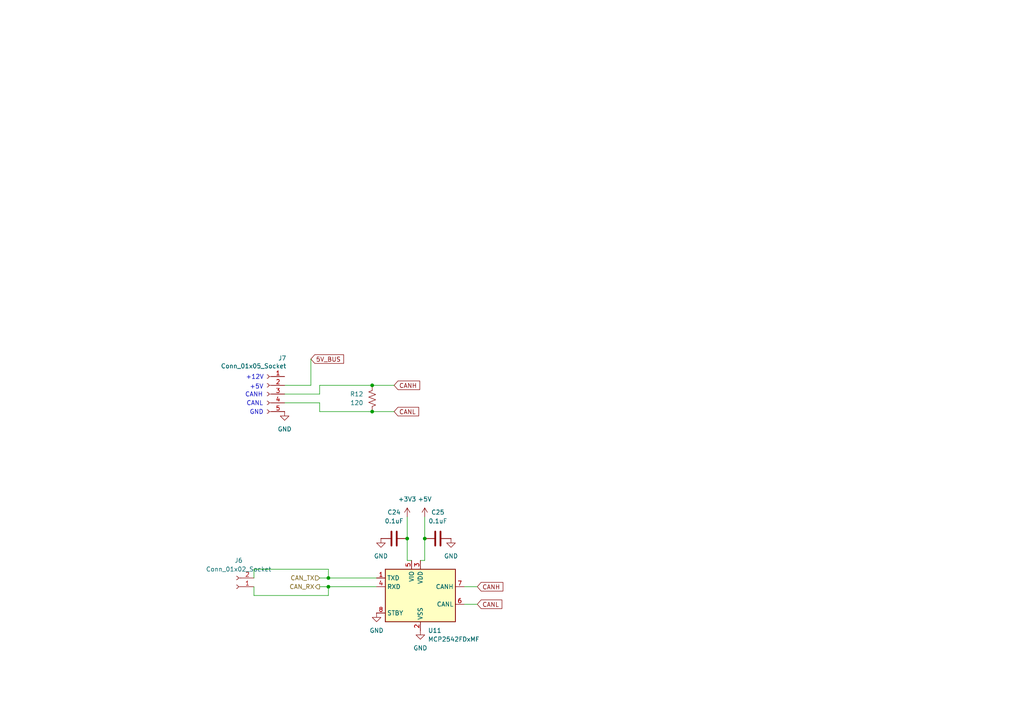
<source format=kicad_sch>
(kicad_sch (version 20250114) (generator "eeschema") (generator_version "9.0")
  (paper "A4")
  (lib_symbols
    (symbol "Connector:Conn_01x02_Socket" (pin_names (offset 1.016) (hide yes))
      (property "Reference" "J" (at 0 2.54 0))
      (property "Value" "Conn_01x02_Socket" (at 0 -5.08 0))
      (symbol "Conn_01x02_Socket_1_1"
        (polyline (pts (xy -1.27 0) (xy -0.508 0)) (stroke (width 0.1524)))
        (polyline (pts (xy -1.27 -2.54) (xy -0.508 -2.54)) (stroke (width 0.1524)))
        (arc (start 0 -0.508) (mid -0.5058 0) (end 0 0.508) (stroke (width 0.1524)))
        (arc (start 0 -3.048) (mid -0.5058 -2.54) (end 0 -2.032) (stroke (width 0.1524)))
        (pin passive line (at -5.08 0 0) (length 3.81) (name "Pin_1") (number "1"))
        (pin passive line (at -5.08 -2.54 0) (length 3.81) (name "Pin_2") (number "2"))
      )
    )
    (symbol "Connector:Conn_01x05_Socket" (pin_names (offset 1.016) (hide yes))
      (property "Reference" "J" (at 0 7.62 0))
      (property "Value" "Conn_01x05_Socket" (at 0 -7.62 0))
      (symbol "Conn_01x05_Socket_1_1"
        (polyline (pts (xy -1.27 5.08) (xy -0.508 5.08)) (stroke (width 0.1524)))
        (polyline (pts (xy -1.27 2.54) (xy -0.508 2.54)) (stroke (width 0.1524)))
        (polyline (pts (xy -1.27 0) (xy -0.508 0)) (stroke (width 0.1524)))
        (polyline (pts (xy -1.27 -2.54) (xy -0.508 -2.54)) (stroke (width 0.1524)))
        (polyline (pts (xy -1.27 -5.08) (xy -0.508 -5.08)) (stroke (width 0.1524)))
        (arc (start 0 4.572) (mid -0.5058 5.08) (end 0 5.588) (stroke (width 0.1524)))
        (arc (start 0 2.032) (mid -0.5058 2.54) (end 0 3.048) (stroke (width 0.1524)))
        (arc (start 0 -0.508) (mid -0.5058 0) (end 0 0.508) (stroke (width 0.1524)))
        (arc (start 0 -3.048) (mid -0.5058 -2.54) (end 0 -2.032) (stroke (width 0.1524)))
        (arc (start 0 -5.588) (mid -0.5058 -5.08) (end 0 -4.572) (stroke (width 0.1524)))
        (pin passive line (at -5.08 5.08 0) (length 3.81) (name "Pin_1") (number "1"))
        (pin passive line (at -5.08 2.54 0) (length 3.81) (name "Pin_2") (number "2"))
        (pin passive line (at -5.08 0 0) (length 3.81) (name "Pin_3") (number "3"))
        (pin passive line (at -5.08 -2.54 0) (length 3.81) (name "Pin_4") (number "4"))
        (pin passive line (at -5.08 -5.08 0) (length 3.81) (name "Pin_5") (number "5"))
      )
    )
    (symbol "Device:C" (pin_numbers (hide yes)) (pin_names (offset 0.254))
      (property "Reference" "C" (at 0.635 2.54 0))
      (property "Value" "C" (at 0.635 -2.54 0))
      (symbol "C_0_1"
        (polyline (pts (xy -2.032 0.762) (xy 2.032 0.762)) (stroke (width 0.508)))
        (polyline (pts (xy -2.032 -0.762) (xy 2.032 -0.762)) (stroke (width 0.508)))
      )
      (symbol "C_1_1"
        (pin passive line (at 0 3.81 270) (length 2.794) (name "~") (number "1"))
        (pin passive line (at 0 -3.81 90) (length 2.794) (name "~") (number "2"))
      )
    )
    (symbol "Device:R_US" (pin_numbers (hide yes)) (pin_names (offset 0))
      (property "Reference" "R" (at 2.54 0 90))
      (property "Value" "R_US" (at -2.54 0 90))
      (symbol "R_US_0_1"
        (polyline (pts (xy 0 2.286) (xy 0 2.54)))
        (polyline (pts (xy 0 2.286) (xy 1.016 1.905) (xy 0 1.524) (xy -1.016 1.143) (xy 0 0.762)))
        (polyline (pts (xy 0 0.762) (xy 1.016 0.381) (xy 0 0) (xy -1.016 -0.381) (xy 0 -0.762)))
        (polyline (pts (xy 0 -0.762) (xy 1.016 -1.143) (xy 0 -1.524) (xy -1.016 -1.905) (xy 0 -2.286)))
        (polyline (pts (xy 0 -2.286) (xy 0 -2.54)))
      )
      (symbol "R_US_1_1"
        (pin passive line (at 0 3.81 270) (length 1.27) (name "~") (number "1"))
        (pin passive line (at 0 -3.81 90) (length 1.27) (name "~") (number "2"))
      )
    )
    (symbol "Interface_CAN_LIN:MCP2542FDxMF"
      (property "Reference" "U" (at -10.16 8.89 0))
      (property "Value" "MCP2542FDxMF" (at 2.54 8.89 0))
      (symbol "MCP2542FDxMF_0_1"
        (rectangle (start -10.16 7.62) (end 10.16 -7.62) (stroke (width 0.254)) (fill (type background)))
      )
      (symbol "MCP2542FDxMF_1_1"
        (pin input line (at -12.7 5.08 0) (length 2.54) (name "TXD") (number "1"))
        (pin output line (at -12.7 2.54 0) (length 2.54) (name "RXD") (number "4"))
        (pin input line (at -12.7 -5.08 0) (length 2.54) (name "STBY") (number "8"))
        (pin power_in line (at -2.54 10.16 270) (length 2.54) (name "VIO") (number "5"))
        (pin power_in line (at 0 10.16 270) (length 2.54) (name "VDD") (number "3"))
        (pin power_in line (at 0 -10.16 90) (length 2.54) (name "VSS") (number "2"))
        (pin passive line (at 0 -10.16 90) (length 2.54) (hide yes) (name "VSS") (number "9"))
        (pin bidirectional line (at 12.7 2.54 180) (length 2.54) (name "CANH") (number "7"))
        (pin bidirectional line (at 12.7 -2.54 180) (length 2.54) (name "CANL") (number "6"))
      )
    )
    (symbol "power:+3V3" (power) (pin_numbers (hide yes)) (pin_names (offset 0) (hide yes))
      (property "Value" "+3V3" (at 0 3.556 0))
      (symbol "+3V3_0_1"
        (polyline (pts (xy -0.762 1.27) (xy 0 2.54)))
        (polyline (pts (xy 0 2.54) (xy 0.762 1.27)))
        (polyline (pts (xy 0 0) (xy 0 2.54)))
      )
      (symbol "+3V3_1_1"
        (pin power_in line (at 0 0 90) (length 0) (name "~") (number "1"))
      )
    )
    (symbol "power:+5V" (power) (pin_numbers (hide yes)) (pin_names (offset 0) (hide yes))
      (property "Value" "+5V" (at 0 3.556 0))
      (symbol "+5V_0_1"
        (polyline (pts (xy -0.762 1.27) (xy 0 2.54)))
        (polyline (pts (xy 0 2.54) (xy 0.762 1.27)))
        (polyline (pts (xy 0 0) (xy 0 2.54)))
      )
      (symbol "+5V_1_1"
        (pin power_in line (at 0 0 90) (length 0) (name "~") (number "1"))
      )
    )
    (symbol "power:GND" (power) (pin_numbers (hide yes)) (pin_names (offset 0) (hide yes))
      (property "Value" "GND" (at 0 -3.81 0))
      (symbol "GND_0_1"
        (polyline (pts (xy 0 0) (xy 0 -1.27) (xy 1.27 -1.27) (xy 0 -2.54) (xy -1.27 -1.27) (xy 0 -1.27)))
      )
      (symbol "GND_1_1"
        (pin power_in line (at 0 0 270) (length 0) (name "~") (number "1"))
      )
    )
  )
  (text "CANH" (at 73.66 114.554 0) (effects (font (size 1.27 1.27))))
  (text "+5V" (at 74.422 112.268 0) (effects (font (size 1.27 1.27))))
  (text "+12V" (at 73.914 109.474 0) (effects (font (size 1.27 1.27))))
  (text "GND" (at 74.422 119.634 0) (effects (font (size 1.27 1.27))))
  (text "CANL\n" (at 73.914 117.094 0) (effects (font (size 1.27 1.27))))
  (junction (at 123.19 156.21))
  (junction (at 95.25 167.64))
  (junction (at 118.11 156.21))
  (junction (at 107.95 119.38))
  (junction (at 95.25 170.18))
  (junction (at 107.95 111.76))
  (wire (pts (xy 95.25 170.18) (xy 109.22 170.18)))
  (wire (pts (xy 95.25 170.18) (xy 95.25 172.72)))
  (wire (pts (xy 92.71 170.18) (xy 95.25 170.18)))
  (wire (pts (xy 123.19 162.56) (xy 121.92 162.56)))
  (wire (pts (xy 73.66 167.64) (xy 73.66 165.1)))
  (wire (pts (xy 73.66 165.1) (xy 95.25 165.1)))
  (wire (pts (xy 73.66 172.72) (xy 73.66 170.18)))
  (wire (pts (xy 92.71 111.76) (xy 92.71 114.3)))
  (wire (pts (xy 107.95 111.76) (xy 92.71 111.76)))
  (wire (pts (xy 92.71 119.38) (xy 107.95 119.38)))
  (wire (pts (xy 118.11 162.56) (xy 119.38 162.56)))
  (wire (pts (xy 82.55 111.76) (xy 90.17 111.76)))
  (wire (pts (xy 123.19 149.86) (xy 123.19 156.21)))
  (wire (pts (xy 123.19 156.21) (xy 123.19 162.56)))
  (wire (pts (xy 95.25 165.1) (xy 95.25 167.64)))
  (wire (pts (xy 92.71 114.3) (xy 82.55 114.3)))
  (wire (pts (xy 118.11 156.21) (xy 118.11 162.56)))
  (wire (pts (xy 92.71 167.64) (xy 95.25 167.64)))
  (wire (pts (xy 134.62 175.26) (xy 138.43 175.26)))
  (wire (pts (xy 92.71 116.84) (xy 92.71 119.38)))
  (wire (pts (xy 95.25 167.64) (xy 109.22 167.64)))
  (wire (pts (xy 95.25 172.72) (xy 73.66 172.72)))
  (wire (pts (xy 134.62 170.18) (xy 138.43 170.18)))
  (wire (pts (xy 114.3 119.38) (xy 107.95 119.38)))
  (wire (pts (xy 92.71 116.84) (xy 82.55 116.84)))
  (wire (pts (xy 114.3 111.76) (xy 107.95 111.76)))
  (wire (pts (xy 118.11 149.86) (xy 118.11 156.21)))
  (wire (pts (xy 90.17 104.14) (xy 90.17 111.76)))
  (global_label "CANL" (shape input) (at 114.3 119.38 0) (property "Intersheetrefs" "${INTERSHEET_REFS}" (effects (hide yes))))
  (global_label "CANL" (shape input) (at 138.43 175.26 0) (property "Intersheetrefs" "${INTERSHEET_REFS}" (effects (hide yes))))
  (global_label "CANH" (shape input) (at 138.43 170.18 0) (property "Intersheetrefs" "${INTERSHEET_REFS}" (effects (hide yes))))
  (global_label "5V_BUS" (shape input) (at 90.17 104.14 0) (property "Intersheetrefs" "${INTERSHEET_REFS}" (effects (hide yes))))
  (global_label "CANH" (shape input) (at 114.3 111.76 0) (property "Intersheetrefs" "${INTERSHEET_REFS}" (effects (hide yes))))
  (hierarchical_label "CAN_TX" (shape input) (at 92.71 167.64 180))
  (hierarchical_label "CAN_RX" (shape output) (at 92.71 170.18 180))
  (symbol (lib_id "power:+5V") (at 123.19 149.86 0) (unit 1)
    (property "Reference" "#PWR067" (effects (hide yes)))
    (property "Value" "+5V" (at 123.19 144.78 0))
    (property "Description" "Power symbol creates a global label with name \"+5V\"" (effects (hide yes)))
  )
  (symbol (lib_id "Device:C") (at 127 156.21 90) (unit 1)
    (property "Reference" "C25" (at 127 148.59 90))
    (property "Value" "0.1uF" (at 127 151.13 90))
    (property "Footprint" "Capacitor_SMD:C_0603_1608Metric" (effects (hide yes)))
    (property "Description" "Unpolarized capacitor" (effects (hide yes)))
  )
  (symbol (lib_id "power:GND") (at 110.49 156.21 0) (unit 1)
    (property "Reference" "#PWR064" (effects (hide yes)))
    (property "Value" "GND" (at 110.49 161.29 0))
    (property "Description" "Power symbol creates a global label with name \"GND\" , ground" (effects (hide yes)))
  )
  (symbol (lib_id "power:GND") (at 121.92 182.88 0) (unit 1)
    (property "Reference" "#PWR066" (effects (hide yes)))
    (property "Value" "GND" (at 121.92 187.96 0))
    (property "Description" "Power symbol creates a global label with name \"GND\" , ground" (effects (hide yes)))
  )
  (symbol (lib_id "Connector:Conn_01x05_Socket") (at 77.47 114.3 0) (mirror y) (unit 1)
    (property "Reference" "J7" (at 83.058 103.886 0) (effects (justify left)))
    (property "Value" "Conn_01x05_Socket" (at 83.058 106.172 0) (effects (justify left)))
    (property "Footprint" "Connector_PinHeader_2.54mm:PinHeader_1x05_P2.54mm_Vertical" (effects (hide yes)))
    (property "Description" "Generic connector, single row, 01x05, script generated" (effects (hide yes)))
  )
  (symbol (lib_id "power:GND") (at 109.22 177.8 0) (unit 1)
    (property "Reference" "#PWR063" (effects (hide yes)))
    (property "Value" "GND" (at 109.22 182.88 0))
    (property "Description" "Power symbol creates a global label with name \"GND\" , ground" (effects (hide yes)))
  )
  (symbol (lib_id "Device:R_US") (at 107.95 115.57 0) (mirror y) (unit 1)
    (property "Reference" "R12" (at 105.41 114.2999 0) (effects (justify left)))
    (property "Value" "120" (at 105.41 116.8399 0) (effects (justify left)))
    (property "Footprint" "Resistor_SMD:R_0603_1608Metric" (effects (hide yes)))
    (property "Description" "Resistor, US symbol" (effects (hide yes)))
  )
  (symbol (lib_id "power:GND") (at 130.81 156.21 0) (unit 1)
    (property "Reference" "#PWR068" (effects (hide yes)))
    (property "Value" "GND" (at 130.81 161.29 0))
    (property "Description" "Power symbol creates a global label with name \"GND\" , ground" (effects (hide yes)))
  )
  (symbol (lib_id "power:GND") (at 82.55 119.38 0) (mirror y) (unit 1)
    (property "Reference" "#PWR062" (effects (hide yes)))
    (property "Value" "GND" (at 82.55 124.46 0))
    (property "Description" "Power symbol creates a global label with name \"GND\" , ground" (effects (hide yes)))
  )
  (symbol (lib_id "Interface_CAN_LIN:MCP2542FDxMF") (at 121.92 172.72 0) (unit 1)
    (property "Reference" "U11" (at 124.1141 182.88 0) (effects (justify left)))
    (property "Value" "MCP2542FDxMF" (at 124.1141 185.42 0) (effects (justify left)))
    (property "Footprint" "Package_DFN_QFN:DFN-8-1EP_3x3mm_P0.65mm_EP1.55x2.4mm" (effects (hide yes)))
    (property "Datasheet" "http://ww1.microchip.com/downloads/en/DeviceDoc/MCP2542FD-4FD-MCP2542WFD-4WFD-Data-Sheet20005514B.pdf" (effects (hide yes)))
    (property "Description" "CAN-FD Transceiver, Wake-Up on CAN activity, 8Mbps, 5V supply, STBY pin, 3x3 DFN-8" (effects (hide yes)))
  )
  (symbol (lib_id "Device:C") (at 114.3 156.21 90) (unit 1)
    (property "Reference" "C24" (at 114.3 148.59 90))
    (property "Value" "0.1uF" (at 114.3 151.13 90))
    (property "Footprint" "Capacitor_SMD:C_0603_1608Metric" (effects (hide yes)))
    (property "Description" "Unpolarized capacitor" (effects (hide yes)))
  )
  (symbol (lib_id "Connector:Conn_01x02_Socket") (at 68.58 170.18 180) (unit 1)
    (property "Reference" "J6" (at 69.215 162.56 0))
    (property "Value" "Conn_01x02_Socket" (at 69.215 165.1 0))
    (property "Footprint" "Connector_PinHeader_2.54mm:PinHeader_1x02_P2.54mm_Vertical" (effects (hide yes)))
    (property "Description" "Generic connector, single row, 01x02, script generated" (effects (hide yes)))
  )
  (symbol (lib_id "power:+3V3") (at 118.11 149.86 0) (unit 1)
    (property "Reference" "#PWR065" (effects (hide yes)))
    (property "Value" "+3V3" (at 118.11 144.78 0))
    (property "Description" "Power symbol creates a global label with name \"+3V3\"" (effects (hide yes)))
  )
)
</source>
